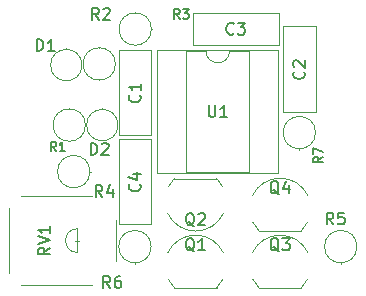
<source format=gto>
%TF.GenerationSoftware,KiCad,Pcbnew,7.0.2-0*%
%TF.CreationDate,2023-07-19T22:29:02+01:00*%
%TF.ProjectId,serge-gain-cell,73657267-652d-4676-9169-6e2d63656c6c,rev?*%
%TF.SameCoordinates,Original*%
%TF.FileFunction,Legend,Top*%
%TF.FilePolarity,Positive*%
%FSLAX46Y46*%
G04 Gerber Fmt 4.6, Leading zero omitted, Abs format (unit mm)*
G04 Created by KiCad (PCBNEW 7.0.2-0) date 2023-07-19 22:29:02*
%MOMM*%
%LPD*%
G01*
G04 APERTURE LIST*
%ADD10C,0.150000*%
%ADD11C,0.120000*%
G04 APERTURE END LIST*
D10*
%TO.C,C2*%
X179488180Y-98972666D02*
X179535800Y-99020285D01*
X179535800Y-99020285D02*
X179583419Y-99163142D01*
X179583419Y-99163142D02*
X179583419Y-99258380D01*
X179583419Y-99258380D02*
X179535800Y-99401237D01*
X179535800Y-99401237D02*
X179440561Y-99496475D01*
X179440561Y-99496475D02*
X179345323Y-99544094D01*
X179345323Y-99544094D02*
X179154847Y-99591713D01*
X179154847Y-99591713D02*
X179011990Y-99591713D01*
X179011990Y-99591713D02*
X178821514Y-99544094D01*
X178821514Y-99544094D02*
X178726276Y-99496475D01*
X178726276Y-99496475D02*
X178631038Y-99401237D01*
X178631038Y-99401237D02*
X178583419Y-99258380D01*
X178583419Y-99258380D02*
X178583419Y-99163142D01*
X178583419Y-99163142D02*
X178631038Y-99020285D01*
X178631038Y-99020285D02*
X178678657Y-98972666D01*
X178678657Y-98591713D02*
X178631038Y-98544094D01*
X178631038Y-98544094D02*
X178583419Y-98448856D01*
X178583419Y-98448856D02*
X178583419Y-98210761D01*
X178583419Y-98210761D02*
X178631038Y-98115523D01*
X178631038Y-98115523D02*
X178678657Y-98067904D01*
X178678657Y-98067904D02*
X178773895Y-98020285D01*
X178773895Y-98020285D02*
X178869133Y-98020285D01*
X178869133Y-98020285D02*
X179011990Y-98067904D01*
X179011990Y-98067904D02*
X179583419Y-98639332D01*
X179583419Y-98639332D02*
X179583419Y-98020285D01*
%TO.C,C4*%
X165594380Y-108497666D02*
X165642000Y-108545285D01*
X165642000Y-108545285D02*
X165689619Y-108688142D01*
X165689619Y-108688142D02*
X165689619Y-108783380D01*
X165689619Y-108783380D02*
X165642000Y-108926237D01*
X165642000Y-108926237D02*
X165546761Y-109021475D01*
X165546761Y-109021475D02*
X165451523Y-109069094D01*
X165451523Y-109069094D02*
X165261047Y-109116713D01*
X165261047Y-109116713D02*
X165118190Y-109116713D01*
X165118190Y-109116713D02*
X164927714Y-109069094D01*
X164927714Y-109069094D02*
X164832476Y-109021475D01*
X164832476Y-109021475D02*
X164737238Y-108926237D01*
X164737238Y-108926237D02*
X164689619Y-108783380D01*
X164689619Y-108783380D02*
X164689619Y-108688142D01*
X164689619Y-108688142D02*
X164737238Y-108545285D01*
X164737238Y-108545285D02*
X164784857Y-108497666D01*
X165022952Y-107640523D02*
X165689619Y-107640523D01*
X164642000Y-107878618D02*
X165356285Y-108116713D01*
X165356285Y-108116713D02*
X165356285Y-107497666D01*
%TO.C,R7*%
X181116495Y-106203732D02*
X180735542Y-106470399D01*
X181116495Y-106660875D02*
X180316495Y-106660875D01*
X180316495Y-106660875D02*
X180316495Y-106356113D01*
X180316495Y-106356113D02*
X180354590Y-106279923D01*
X180354590Y-106279923D02*
X180392685Y-106241828D01*
X180392685Y-106241828D02*
X180468876Y-106203732D01*
X180468876Y-106203732D02*
X180583161Y-106203732D01*
X180583161Y-106203732D02*
X180659352Y-106241828D01*
X180659352Y-106241828D02*
X180697447Y-106279923D01*
X180697447Y-106279923D02*
X180735542Y-106356113D01*
X180735542Y-106356113D02*
X180735542Y-106660875D01*
X180316495Y-105937066D02*
X180316495Y-105403732D01*
X180316495Y-105403732D02*
X181116495Y-105746590D01*
%TO.C,R2*%
X162139333Y-94595019D02*
X161806000Y-94118828D01*
X161567905Y-94595019D02*
X161567905Y-93595019D01*
X161567905Y-93595019D02*
X161948857Y-93595019D01*
X161948857Y-93595019D02*
X162044095Y-93642638D01*
X162044095Y-93642638D02*
X162091714Y-93690257D01*
X162091714Y-93690257D02*
X162139333Y-93785495D01*
X162139333Y-93785495D02*
X162139333Y-93928352D01*
X162139333Y-93928352D02*
X162091714Y-94023590D01*
X162091714Y-94023590D02*
X162044095Y-94071209D01*
X162044095Y-94071209D02*
X161948857Y-94118828D01*
X161948857Y-94118828D02*
X161567905Y-94118828D01*
X162520286Y-93690257D02*
X162567905Y-93642638D01*
X162567905Y-93642638D02*
X162663143Y-93595019D01*
X162663143Y-93595019D02*
X162901238Y-93595019D01*
X162901238Y-93595019D02*
X162996476Y-93642638D01*
X162996476Y-93642638D02*
X163044095Y-93690257D01*
X163044095Y-93690257D02*
X163091714Y-93785495D01*
X163091714Y-93785495D02*
X163091714Y-93880733D01*
X163091714Y-93880733D02*
X163044095Y-94023590D01*
X163044095Y-94023590D02*
X162472667Y-94595019D01*
X162472667Y-94595019D02*
X163091714Y-94595019D01*
%TO.C,Q1*%
X170237161Y-114197457D02*
X170141923Y-114149838D01*
X170141923Y-114149838D02*
X170046685Y-114054600D01*
X170046685Y-114054600D02*
X169903828Y-113911742D01*
X169903828Y-113911742D02*
X169808590Y-113864123D01*
X169808590Y-113864123D02*
X169713352Y-113864123D01*
X169760971Y-114102219D02*
X169665733Y-114054600D01*
X169665733Y-114054600D02*
X169570495Y-113959361D01*
X169570495Y-113959361D02*
X169522876Y-113768885D01*
X169522876Y-113768885D02*
X169522876Y-113435552D01*
X169522876Y-113435552D02*
X169570495Y-113245076D01*
X169570495Y-113245076D02*
X169665733Y-113149838D01*
X169665733Y-113149838D02*
X169760971Y-113102219D01*
X169760971Y-113102219D02*
X169951447Y-113102219D01*
X169951447Y-113102219D02*
X170046685Y-113149838D01*
X170046685Y-113149838D02*
X170141923Y-113245076D01*
X170141923Y-113245076D02*
X170189542Y-113435552D01*
X170189542Y-113435552D02*
X170189542Y-113768885D01*
X170189542Y-113768885D02*
X170141923Y-113959361D01*
X170141923Y-113959361D02*
X170046685Y-114054600D01*
X170046685Y-114054600D02*
X169951447Y-114102219D01*
X169951447Y-114102219D02*
X169760971Y-114102219D01*
X171141923Y-114102219D02*
X170570495Y-114102219D01*
X170856209Y-114102219D02*
X170856209Y-113102219D01*
X170856209Y-113102219D02*
X170760971Y-113245076D01*
X170760971Y-113245076D02*
X170665733Y-113340314D01*
X170665733Y-113340314D02*
X170570495Y-113387933D01*
%TO.C,C3*%
X173569333Y-95744380D02*
X173521714Y-95792000D01*
X173521714Y-95792000D02*
X173378857Y-95839619D01*
X173378857Y-95839619D02*
X173283619Y-95839619D01*
X173283619Y-95839619D02*
X173140762Y-95792000D01*
X173140762Y-95792000D02*
X173045524Y-95696761D01*
X173045524Y-95696761D02*
X172997905Y-95601523D01*
X172997905Y-95601523D02*
X172950286Y-95411047D01*
X172950286Y-95411047D02*
X172950286Y-95268190D01*
X172950286Y-95268190D02*
X172997905Y-95077714D01*
X172997905Y-95077714D02*
X173045524Y-94982476D01*
X173045524Y-94982476D02*
X173140762Y-94887238D01*
X173140762Y-94887238D02*
X173283619Y-94839619D01*
X173283619Y-94839619D02*
X173378857Y-94839619D01*
X173378857Y-94839619D02*
X173521714Y-94887238D01*
X173521714Y-94887238D02*
X173569333Y-94934857D01*
X173902667Y-94839619D02*
X174521714Y-94839619D01*
X174521714Y-94839619D02*
X174188381Y-95220571D01*
X174188381Y-95220571D02*
X174331238Y-95220571D01*
X174331238Y-95220571D02*
X174426476Y-95268190D01*
X174426476Y-95268190D02*
X174474095Y-95315809D01*
X174474095Y-95315809D02*
X174521714Y-95411047D01*
X174521714Y-95411047D02*
X174521714Y-95649142D01*
X174521714Y-95649142D02*
X174474095Y-95744380D01*
X174474095Y-95744380D02*
X174426476Y-95792000D01*
X174426476Y-95792000D02*
X174331238Y-95839619D01*
X174331238Y-95839619D02*
X174045524Y-95839619D01*
X174045524Y-95839619D02*
X173950286Y-95792000D01*
X173950286Y-95792000D02*
X173902667Y-95744380D01*
%TO.C,RV1*%
X158013419Y-113879238D02*
X157537228Y-114212571D01*
X158013419Y-114450666D02*
X157013419Y-114450666D01*
X157013419Y-114450666D02*
X157013419Y-114069714D01*
X157013419Y-114069714D02*
X157061038Y-113974476D01*
X157061038Y-113974476D02*
X157108657Y-113926857D01*
X157108657Y-113926857D02*
X157203895Y-113879238D01*
X157203895Y-113879238D02*
X157346752Y-113879238D01*
X157346752Y-113879238D02*
X157441990Y-113926857D01*
X157441990Y-113926857D02*
X157489609Y-113974476D01*
X157489609Y-113974476D02*
X157537228Y-114069714D01*
X157537228Y-114069714D02*
X157537228Y-114450666D01*
X157013419Y-113593523D02*
X158013419Y-113260190D01*
X158013419Y-113260190D02*
X157013419Y-112926857D01*
X158013419Y-112069714D02*
X158013419Y-112641142D01*
X158013419Y-112355428D02*
X157013419Y-112355428D01*
X157013419Y-112355428D02*
X157156276Y-112450666D01*
X157156276Y-112450666D02*
X157251514Y-112545904D01*
X157251514Y-112545904D02*
X157299133Y-112641142D01*
%TO.C,R4*%
X162444133Y-109581019D02*
X162110800Y-109104828D01*
X161872705Y-109581019D02*
X161872705Y-108581019D01*
X161872705Y-108581019D02*
X162253657Y-108581019D01*
X162253657Y-108581019D02*
X162348895Y-108628638D01*
X162348895Y-108628638D02*
X162396514Y-108676257D01*
X162396514Y-108676257D02*
X162444133Y-108771495D01*
X162444133Y-108771495D02*
X162444133Y-108914352D01*
X162444133Y-108914352D02*
X162396514Y-109009590D01*
X162396514Y-109009590D02*
X162348895Y-109057209D01*
X162348895Y-109057209D02*
X162253657Y-109104828D01*
X162253657Y-109104828D02*
X161872705Y-109104828D01*
X163301276Y-108914352D02*
X163301276Y-109581019D01*
X163063181Y-108533400D02*
X162825086Y-109247685D01*
X162825086Y-109247685D02*
X163444133Y-109247685D01*
%TO.C,R5*%
X182002133Y-111917819D02*
X181668800Y-111441628D01*
X181430705Y-111917819D02*
X181430705Y-110917819D01*
X181430705Y-110917819D02*
X181811657Y-110917819D01*
X181811657Y-110917819D02*
X181906895Y-110965438D01*
X181906895Y-110965438D02*
X181954514Y-111013057D01*
X181954514Y-111013057D02*
X182002133Y-111108295D01*
X182002133Y-111108295D02*
X182002133Y-111251152D01*
X182002133Y-111251152D02*
X181954514Y-111346390D01*
X181954514Y-111346390D02*
X181906895Y-111394009D01*
X181906895Y-111394009D02*
X181811657Y-111441628D01*
X181811657Y-111441628D02*
X181430705Y-111441628D01*
X182906895Y-110917819D02*
X182430705Y-110917819D01*
X182430705Y-110917819D02*
X182383086Y-111394009D01*
X182383086Y-111394009D02*
X182430705Y-111346390D01*
X182430705Y-111346390D02*
X182525943Y-111298771D01*
X182525943Y-111298771D02*
X182764038Y-111298771D01*
X182764038Y-111298771D02*
X182859276Y-111346390D01*
X182859276Y-111346390D02*
X182906895Y-111394009D01*
X182906895Y-111394009D02*
X182954514Y-111489247D01*
X182954514Y-111489247D02*
X182954514Y-111727342D01*
X182954514Y-111727342D02*
X182906895Y-111822580D01*
X182906895Y-111822580D02*
X182859276Y-111870200D01*
X182859276Y-111870200D02*
X182764038Y-111917819D01*
X182764038Y-111917819D02*
X182525943Y-111917819D01*
X182525943Y-111917819D02*
X182430705Y-111870200D01*
X182430705Y-111870200D02*
X182383086Y-111822580D01*
%TO.C,D1*%
X156868905Y-97236619D02*
X156868905Y-96236619D01*
X156868905Y-96236619D02*
X157107000Y-96236619D01*
X157107000Y-96236619D02*
X157249857Y-96284238D01*
X157249857Y-96284238D02*
X157345095Y-96379476D01*
X157345095Y-96379476D02*
X157392714Y-96474714D01*
X157392714Y-96474714D02*
X157440333Y-96665190D01*
X157440333Y-96665190D02*
X157440333Y-96808047D01*
X157440333Y-96808047D02*
X157392714Y-96998523D01*
X157392714Y-96998523D02*
X157345095Y-97093761D01*
X157345095Y-97093761D02*
X157249857Y-97189000D01*
X157249857Y-97189000D02*
X157107000Y-97236619D01*
X157107000Y-97236619D02*
X156868905Y-97236619D01*
X158392714Y-97236619D02*
X157821286Y-97236619D01*
X158107000Y-97236619D02*
X158107000Y-96236619D01*
X158107000Y-96236619D02*
X158011762Y-96379476D01*
X158011762Y-96379476D02*
X157916524Y-96474714D01*
X157916524Y-96474714D02*
X157821286Y-96522333D01*
%TO.C,C1*%
X165594380Y-100953866D02*
X165642000Y-101001485D01*
X165642000Y-101001485D02*
X165689619Y-101144342D01*
X165689619Y-101144342D02*
X165689619Y-101239580D01*
X165689619Y-101239580D02*
X165642000Y-101382437D01*
X165642000Y-101382437D02*
X165546761Y-101477675D01*
X165546761Y-101477675D02*
X165451523Y-101525294D01*
X165451523Y-101525294D02*
X165261047Y-101572913D01*
X165261047Y-101572913D02*
X165118190Y-101572913D01*
X165118190Y-101572913D02*
X164927714Y-101525294D01*
X164927714Y-101525294D02*
X164832476Y-101477675D01*
X164832476Y-101477675D02*
X164737238Y-101382437D01*
X164737238Y-101382437D02*
X164689619Y-101239580D01*
X164689619Y-101239580D02*
X164689619Y-101144342D01*
X164689619Y-101144342D02*
X164737238Y-101001485D01*
X164737238Y-101001485D02*
X164784857Y-100953866D01*
X165689619Y-100001485D02*
X165689619Y-100572913D01*
X165689619Y-100287199D02*
X164689619Y-100287199D01*
X164689619Y-100287199D02*
X164832476Y-100382437D01*
X164832476Y-100382437D02*
X164927714Y-100477675D01*
X164927714Y-100477675D02*
X164975333Y-100572913D01*
%TO.C,Q2*%
X170237161Y-112068257D02*
X170141923Y-112020638D01*
X170141923Y-112020638D02*
X170046685Y-111925400D01*
X170046685Y-111925400D02*
X169903828Y-111782542D01*
X169903828Y-111782542D02*
X169808590Y-111734923D01*
X169808590Y-111734923D02*
X169713352Y-111734923D01*
X169760971Y-111973019D02*
X169665733Y-111925400D01*
X169665733Y-111925400D02*
X169570495Y-111830161D01*
X169570495Y-111830161D02*
X169522876Y-111639685D01*
X169522876Y-111639685D02*
X169522876Y-111306352D01*
X169522876Y-111306352D02*
X169570495Y-111115876D01*
X169570495Y-111115876D02*
X169665733Y-111020638D01*
X169665733Y-111020638D02*
X169760971Y-110973019D01*
X169760971Y-110973019D02*
X169951447Y-110973019D01*
X169951447Y-110973019D02*
X170046685Y-111020638D01*
X170046685Y-111020638D02*
X170141923Y-111115876D01*
X170141923Y-111115876D02*
X170189542Y-111306352D01*
X170189542Y-111306352D02*
X170189542Y-111639685D01*
X170189542Y-111639685D02*
X170141923Y-111830161D01*
X170141923Y-111830161D02*
X170046685Y-111925400D01*
X170046685Y-111925400D02*
X169951447Y-111973019D01*
X169951447Y-111973019D02*
X169760971Y-111973019D01*
X170570495Y-111068257D02*
X170618114Y-111020638D01*
X170618114Y-111020638D02*
X170713352Y-110973019D01*
X170713352Y-110973019D02*
X170951447Y-110973019D01*
X170951447Y-110973019D02*
X171046685Y-111020638D01*
X171046685Y-111020638D02*
X171094304Y-111068257D01*
X171094304Y-111068257D02*
X171141923Y-111163495D01*
X171141923Y-111163495D02*
X171141923Y-111258733D01*
X171141923Y-111258733D02*
X171094304Y-111401590D01*
X171094304Y-111401590D02*
X170522876Y-111973019D01*
X170522876Y-111973019D02*
X171141923Y-111973019D01*
%TO.C,R3*%
X168979867Y-94502495D02*
X168713200Y-94121542D01*
X168522724Y-94502495D02*
X168522724Y-93702495D01*
X168522724Y-93702495D02*
X168827486Y-93702495D01*
X168827486Y-93702495D02*
X168903676Y-93740590D01*
X168903676Y-93740590D02*
X168941771Y-93778685D01*
X168941771Y-93778685D02*
X168979867Y-93854876D01*
X168979867Y-93854876D02*
X168979867Y-93969161D01*
X168979867Y-93969161D02*
X168941771Y-94045352D01*
X168941771Y-94045352D02*
X168903676Y-94083447D01*
X168903676Y-94083447D02*
X168827486Y-94121542D01*
X168827486Y-94121542D02*
X168522724Y-94121542D01*
X169246533Y-93702495D02*
X169741771Y-93702495D01*
X169741771Y-93702495D02*
X169475105Y-94007257D01*
X169475105Y-94007257D02*
X169589390Y-94007257D01*
X169589390Y-94007257D02*
X169665581Y-94045352D01*
X169665581Y-94045352D02*
X169703676Y-94083447D01*
X169703676Y-94083447D02*
X169741771Y-94159638D01*
X169741771Y-94159638D02*
X169741771Y-94350114D01*
X169741771Y-94350114D02*
X169703676Y-94426304D01*
X169703676Y-94426304D02*
X169665581Y-94464400D01*
X169665581Y-94464400D02*
X169589390Y-94502495D01*
X169589390Y-94502495D02*
X169360819Y-94502495D01*
X169360819Y-94502495D02*
X169284628Y-94464400D01*
X169284628Y-94464400D02*
X169246533Y-94426304D01*
%TO.C,Q4*%
X177399961Y-109371457D02*
X177304723Y-109323838D01*
X177304723Y-109323838D02*
X177209485Y-109228600D01*
X177209485Y-109228600D02*
X177066628Y-109085742D01*
X177066628Y-109085742D02*
X176971390Y-109038123D01*
X176971390Y-109038123D02*
X176876152Y-109038123D01*
X176923771Y-109276219D02*
X176828533Y-109228600D01*
X176828533Y-109228600D02*
X176733295Y-109133361D01*
X176733295Y-109133361D02*
X176685676Y-108942885D01*
X176685676Y-108942885D02*
X176685676Y-108609552D01*
X176685676Y-108609552D02*
X176733295Y-108419076D01*
X176733295Y-108419076D02*
X176828533Y-108323838D01*
X176828533Y-108323838D02*
X176923771Y-108276219D01*
X176923771Y-108276219D02*
X177114247Y-108276219D01*
X177114247Y-108276219D02*
X177209485Y-108323838D01*
X177209485Y-108323838D02*
X177304723Y-108419076D01*
X177304723Y-108419076D02*
X177352342Y-108609552D01*
X177352342Y-108609552D02*
X177352342Y-108942885D01*
X177352342Y-108942885D02*
X177304723Y-109133361D01*
X177304723Y-109133361D02*
X177209485Y-109228600D01*
X177209485Y-109228600D02*
X177114247Y-109276219D01*
X177114247Y-109276219D02*
X176923771Y-109276219D01*
X178209485Y-108609552D02*
X178209485Y-109276219D01*
X177971390Y-108228600D02*
X177733295Y-108942885D01*
X177733295Y-108942885D02*
X178352342Y-108942885D01*
%TO.C,R1*%
X158515067Y-105729295D02*
X158248400Y-105348342D01*
X158057924Y-105729295D02*
X158057924Y-104929295D01*
X158057924Y-104929295D02*
X158362686Y-104929295D01*
X158362686Y-104929295D02*
X158438876Y-104967390D01*
X158438876Y-104967390D02*
X158476971Y-105005485D01*
X158476971Y-105005485D02*
X158515067Y-105081676D01*
X158515067Y-105081676D02*
X158515067Y-105195961D01*
X158515067Y-105195961D02*
X158476971Y-105272152D01*
X158476971Y-105272152D02*
X158438876Y-105310247D01*
X158438876Y-105310247D02*
X158362686Y-105348342D01*
X158362686Y-105348342D02*
X158057924Y-105348342D01*
X159276971Y-105729295D02*
X158819828Y-105729295D01*
X159048400Y-105729295D02*
X159048400Y-104929295D01*
X159048400Y-104929295D02*
X158972209Y-105043580D01*
X158972209Y-105043580D02*
X158896019Y-105119771D01*
X158896019Y-105119771D02*
X158819828Y-105157866D01*
%TO.C,R6*%
X163104533Y-117302619D02*
X162771200Y-116826428D01*
X162533105Y-117302619D02*
X162533105Y-116302619D01*
X162533105Y-116302619D02*
X162914057Y-116302619D01*
X162914057Y-116302619D02*
X163009295Y-116350238D01*
X163009295Y-116350238D02*
X163056914Y-116397857D01*
X163056914Y-116397857D02*
X163104533Y-116493095D01*
X163104533Y-116493095D02*
X163104533Y-116635952D01*
X163104533Y-116635952D02*
X163056914Y-116731190D01*
X163056914Y-116731190D02*
X163009295Y-116778809D01*
X163009295Y-116778809D02*
X162914057Y-116826428D01*
X162914057Y-116826428D02*
X162533105Y-116826428D01*
X163961676Y-116302619D02*
X163771200Y-116302619D01*
X163771200Y-116302619D02*
X163675962Y-116350238D01*
X163675962Y-116350238D02*
X163628343Y-116397857D01*
X163628343Y-116397857D02*
X163533105Y-116540714D01*
X163533105Y-116540714D02*
X163485486Y-116731190D01*
X163485486Y-116731190D02*
X163485486Y-117112142D01*
X163485486Y-117112142D02*
X163533105Y-117207380D01*
X163533105Y-117207380D02*
X163580724Y-117255000D01*
X163580724Y-117255000D02*
X163675962Y-117302619D01*
X163675962Y-117302619D02*
X163866438Y-117302619D01*
X163866438Y-117302619D02*
X163961676Y-117255000D01*
X163961676Y-117255000D02*
X164009295Y-117207380D01*
X164009295Y-117207380D02*
X164056914Y-117112142D01*
X164056914Y-117112142D02*
X164056914Y-116874047D01*
X164056914Y-116874047D02*
X164009295Y-116778809D01*
X164009295Y-116778809D02*
X163961676Y-116731190D01*
X163961676Y-116731190D02*
X163866438Y-116683571D01*
X163866438Y-116683571D02*
X163675962Y-116683571D01*
X163675962Y-116683571D02*
X163580724Y-116731190D01*
X163580724Y-116731190D02*
X163533105Y-116778809D01*
X163533105Y-116778809D02*
X163485486Y-116874047D01*
%TO.C,U1*%
X171440095Y-101814619D02*
X171440095Y-102624142D01*
X171440095Y-102624142D02*
X171487714Y-102719380D01*
X171487714Y-102719380D02*
X171535333Y-102767000D01*
X171535333Y-102767000D02*
X171630571Y-102814619D01*
X171630571Y-102814619D02*
X171821047Y-102814619D01*
X171821047Y-102814619D02*
X171916285Y-102767000D01*
X171916285Y-102767000D02*
X171963904Y-102719380D01*
X171963904Y-102719380D02*
X172011523Y-102624142D01*
X172011523Y-102624142D02*
X172011523Y-101814619D01*
X173011523Y-102814619D02*
X172440095Y-102814619D01*
X172725809Y-102814619D02*
X172725809Y-101814619D01*
X172725809Y-101814619D02*
X172630571Y-101957476D01*
X172630571Y-101957476D02*
X172535333Y-102052714D01*
X172535333Y-102052714D02*
X172440095Y-102100333D01*
%TO.C,D2*%
X161440905Y-106028304D02*
X161440905Y-105028304D01*
X161440905Y-105028304D02*
X161679000Y-105028304D01*
X161679000Y-105028304D02*
X161821857Y-105075923D01*
X161821857Y-105075923D02*
X161917095Y-105171161D01*
X161917095Y-105171161D02*
X161964714Y-105266399D01*
X161964714Y-105266399D02*
X162012333Y-105456875D01*
X162012333Y-105456875D02*
X162012333Y-105599732D01*
X162012333Y-105599732D02*
X161964714Y-105790208D01*
X161964714Y-105790208D02*
X161917095Y-105885446D01*
X161917095Y-105885446D02*
X161821857Y-105980685D01*
X161821857Y-105980685D02*
X161679000Y-106028304D01*
X161679000Y-106028304D02*
X161440905Y-106028304D01*
X162393286Y-105123542D02*
X162440905Y-105075923D01*
X162440905Y-105075923D02*
X162536143Y-105028304D01*
X162536143Y-105028304D02*
X162774238Y-105028304D01*
X162774238Y-105028304D02*
X162869476Y-105075923D01*
X162869476Y-105075923D02*
X162917095Y-105123542D01*
X162917095Y-105123542D02*
X162964714Y-105218780D01*
X162964714Y-105218780D02*
X162964714Y-105314018D01*
X162964714Y-105314018D02*
X162917095Y-105456875D01*
X162917095Y-105456875D02*
X162345667Y-106028304D01*
X162345667Y-106028304D02*
X162964714Y-106028304D01*
%TO.C,Q3*%
X177399961Y-114197457D02*
X177304723Y-114149838D01*
X177304723Y-114149838D02*
X177209485Y-114054600D01*
X177209485Y-114054600D02*
X177066628Y-113911742D01*
X177066628Y-113911742D02*
X176971390Y-113864123D01*
X176971390Y-113864123D02*
X176876152Y-113864123D01*
X176923771Y-114102219D02*
X176828533Y-114054600D01*
X176828533Y-114054600D02*
X176733295Y-113959361D01*
X176733295Y-113959361D02*
X176685676Y-113768885D01*
X176685676Y-113768885D02*
X176685676Y-113435552D01*
X176685676Y-113435552D02*
X176733295Y-113245076D01*
X176733295Y-113245076D02*
X176828533Y-113149838D01*
X176828533Y-113149838D02*
X176923771Y-113102219D01*
X176923771Y-113102219D02*
X177114247Y-113102219D01*
X177114247Y-113102219D02*
X177209485Y-113149838D01*
X177209485Y-113149838D02*
X177304723Y-113245076D01*
X177304723Y-113245076D02*
X177352342Y-113435552D01*
X177352342Y-113435552D02*
X177352342Y-113768885D01*
X177352342Y-113768885D02*
X177304723Y-113959361D01*
X177304723Y-113959361D02*
X177209485Y-114054600D01*
X177209485Y-114054600D02*
X177114247Y-114102219D01*
X177114247Y-114102219D02*
X176923771Y-114102219D01*
X177685676Y-113102219D02*
X178304723Y-113102219D01*
X178304723Y-113102219D02*
X177971390Y-113483171D01*
X177971390Y-113483171D02*
X178114247Y-113483171D01*
X178114247Y-113483171D02*
X178209485Y-113530790D01*
X178209485Y-113530790D02*
X178257104Y-113578409D01*
X178257104Y-113578409D02*
X178304723Y-113673647D01*
X178304723Y-113673647D02*
X178304723Y-113911742D01*
X178304723Y-113911742D02*
X178257104Y-114006980D01*
X178257104Y-114006980D02*
X178209485Y-114054600D01*
X178209485Y-114054600D02*
X178114247Y-114102219D01*
X178114247Y-114102219D02*
X177828533Y-114102219D01*
X177828533Y-114102219D02*
X177733295Y-114054600D01*
X177733295Y-114054600D02*
X177685676Y-114006980D01*
D11*
%TO.C,C2*%
X180490800Y-102386000D02*
X177750800Y-102386000D01*
X177750800Y-95146000D02*
X177750800Y-102386000D01*
X180490800Y-95146000D02*
X180490800Y-102386000D01*
X180490800Y-95146000D02*
X177750800Y-95146000D01*
%TO.C,C4*%
X166597000Y-104671000D02*
X163857000Y-104671000D01*
X166597000Y-104671000D02*
X166597000Y-111911000D01*
X163857000Y-104671000D02*
X163857000Y-111911000D01*
X166597000Y-111911000D02*
X163857000Y-111911000D01*
%TO.C,R7*%
X179120800Y-105510000D02*
X179120800Y-105580000D01*
X180490800Y-104140000D02*
G75*
G03*
X180490800Y-104140000I-1370000J0D01*
G01*
%TO.C,R2*%
X162179000Y-96957000D02*
X162179000Y-96887000D01*
X163549000Y-98327000D02*
G75*
G03*
X163549000Y-98327000I-1370000J0D01*
G01*
%TO.C,Q1*%
X168532400Y-117267600D02*
X172132400Y-117267600D01*
X170332400Y-112817601D02*
G75*
G03*
X167976001Y-114318793I0J-2599999D01*
G01*
X168008217Y-116540395D02*
G75*
G03*
X168532401Y-117267599I2324183J1122795D01*
G01*
X172688800Y-114318793D02*
G75*
G03*
X170332400Y-112817600I-2356400J-1098807D01*
G01*
X172132399Y-117267599D02*
G75*
G03*
X172656583Y-116540395I-1799999J1849999D01*
G01*
%TO.C,C3*%
X177396000Y-96747000D02*
X177396000Y-94007000D01*
X177396000Y-96747000D02*
X170156000Y-96747000D01*
X177396000Y-94007000D02*
X170156000Y-94007000D01*
X170156000Y-96747000D02*
X170156000Y-94007000D01*
%TO.C,RV1*%
X161574800Y-109534000D02*
X155574800Y-109534000D01*
X154574800Y-110534000D02*
X154574800Y-116034000D01*
X163574800Y-111534000D02*
X163574800Y-115034000D01*
X160124800Y-113284000D02*
X160474800Y-113284000D01*
X160324800Y-114284000D02*
X160324800Y-112284000D01*
X155574800Y-117034000D02*
X161574800Y-117034000D01*
X160324800Y-112284000D02*
G75*
G03*
X160324800Y-114284000I0J-1000000D01*
G01*
%TO.C,R4*%
X161390000Y-107442000D02*
X161460000Y-107442000D01*
X161390000Y-107442000D02*
G75*
G03*
X161390000Y-107442000I-1370000J0D01*
G01*
%TO.C,R5*%
X182626000Y-115162000D02*
X182626000Y-115232000D01*
X183996000Y-113792000D02*
G75*
G03*
X183996000Y-113792000I-1370000J0D01*
G01*
%TO.C,D1*%
X160711371Y-98425000D02*
G75*
G03*
X160711371Y-98425000I-1326371J0D01*
G01*
X159385000Y-97098629D02*
X159385000Y-96985000D01*
%TO.C,C1*%
X166597000Y-97127200D02*
X163857000Y-97127200D01*
X166597000Y-97127200D02*
X166597000Y-104367200D01*
X163857000Y-97127200D02*
X163857000Y-104367200D01*
X166597000Y-104367200D02*
X163857000Y-104367200D01*
%TO.C,Q2*%
X168532401Y-108030401D02*
G75*
G03*
X168008217Y-108757605I1799999J-1849999D01*
G01*
X167976000Y-110979207D02*
G75*
G03*
X170332400Y-112480400I2356400J1098807D01*
G01*
X172656583Y-108757605D02*
G75*
G03*
X172132399Y-108030401I-2324183J-1122795D01*
G01*
X170332400Y-112480399D02*
G75*
G03*
X172688799Y-110979207I0J2599999D01*
G01*
X172132400Y-108030400D02*
X168532400Y-108030400D01*
%TO.C,R3*%
X166593400Y-95377000D02*
G75*
G03*
X166593400Y-95377000I-1370000J0D01*
G01*
X166593400Y-95377000D02*
X166663400Y-95377000D01*
%TO.C,Q4*%
X179295199Y-112441599D02*
G75*
G03*
X179819383Y-111714395I-1799999J1849999D01*
G01*
X179851600Y-109492793D02*
G75*
G03*
X177495200Y-107991600I-2356400J-1098807D01*
G01*
X175171017Y-111714395D02*
G75*
G03*
X175695201Y-112441599I2324183J1122795D01*
G01*
X177495200Y-107991601D02*
G75*
G03*
X175138801Y-109492793I0J-2599999D01*
G01*
X175695200Y-112441600D02*
X179295200Y-112441600D01*
%TO.C,R1*%
X159639000Y-102135000D02*
X159639000Y-102065000D01*
X161009000Y-103505000D02*
G75*
G03*
X161009000Y-103505000I-1370000J0D01*
G01*
%TO.C,R6*%
X165201600Y-115162000D02*
X165201600Y-115232000D01*
X166571600Y-113792000D02*
G75*
G03*
X166571600Y-113792000I-1370000J0D01*
G01*
%TO.C,U1*%
X171212000Y-97222000D02*
G75*
G03*
X173212000Y-97222000I1000000J0D01*
G01*
X177352000Y-107562000D02*
X177352000Y-97162000D01*
X177352000Y-97162000D02*
X167072000Y-97162000D01*
X174862000Y-107502000D02*
X174862000Y-97222000D01*
X174862000Y-97222000D02*
X173212000Y-97222000D01*
X171212000Y-97222000D02*
X169562000Y-97222000D01*
X169562000Y-107502000D02*
X174862000Y-107502000D01*
X169562000Y-97222000D02*
X169562000Y-107502000D01*
X167072000Y-107562000D02*
X177352000Y-107562000D01*
X167072000Y-97162000D02*
X167072000Y-107562000D01*
%TO.C,D2*%
X163759371Y-103505000D02*
G75*
G03*
X163759371Y-103505000I-1326371J0D01*
G01*
X162433000Y-102178629D02*
X162433000Y-102065000D01*
%TO.C,Q3*%
X175695200Y-117267600D02*
X179295200Y-117267600D01*
X177495200Y-112817601D02*
G75*
G03*
X175138801Y-114318793I0J-2599999D01*
G01*
X175171017Y-116540395D02*
G75*
G03*
X175695201Y-117267599I2324183J1122795D01*
G01*
X179851600Y-114318793D02*
G75*
G03*
X177495200Y-112817600I-2356400J-1098807D01*
G01*
X179295199Y-117267599D02*
G75*
G03*
X179819383Y-116540395I-1799999J1849999D01*
G01*
%TD*%
M02*

</source>
